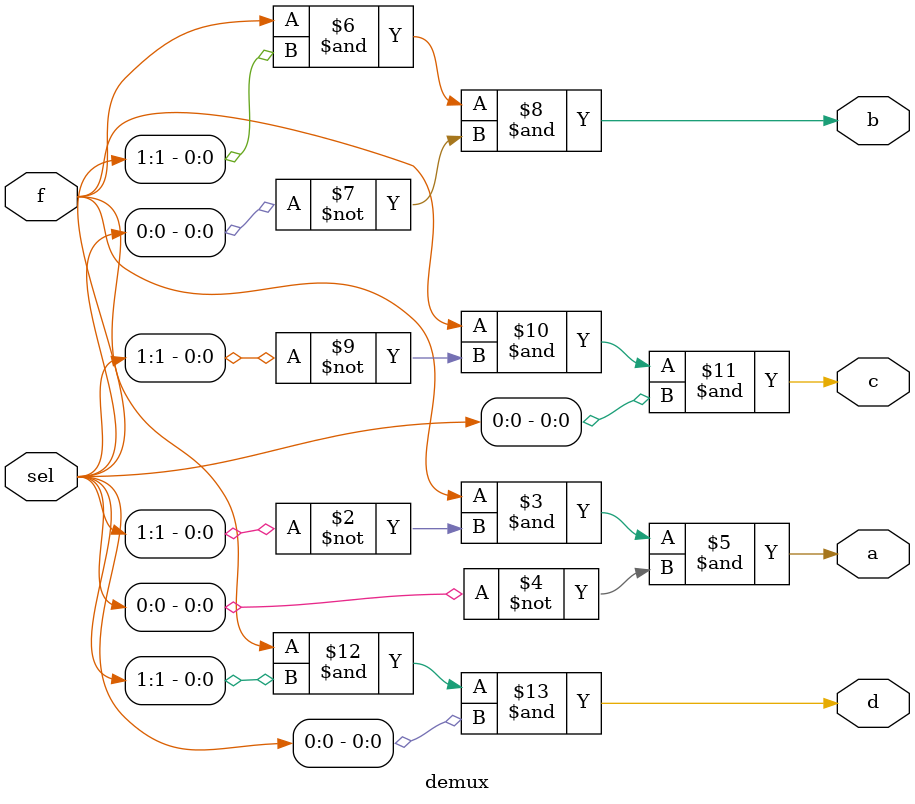
<source format=sv>
module demux(input bit f, input bit [1:0] sel, output bit a,b,c,d);
    always_comb begin
        a = f & ~sel[1] & ~sel[0];
        b = f & sel[1] & ~sel[0];
        c = f & ~sel[1] & sel[0];
        d = f & sel[1] & sel[0];
    end
endmodule
</source>
